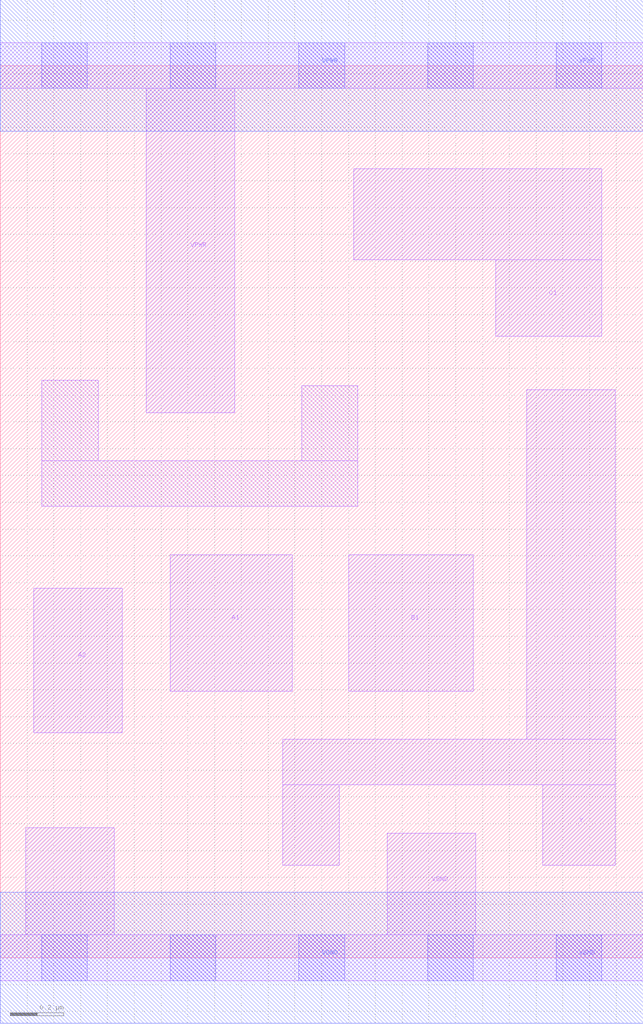
<source format=lef>
# Copyright 2020 The SkyWater PDK Authors
#
# Licensed under the Apache License, Version 2.0 (the "License");
# you may not use this file except in compliance with the License.
# You may obtain a copy of the License at
#
#     https://www.apache.org/licenses/LICENSE-2.0
#
# Unless required by applicable law or agreed to in writing, software
# distributed under the License is distributed on an "AS IS" BASIS,
# WITHOUT WARRANTIES OR CONDITIONS OF ANY KIND, either express or implied.
# See the License for the specific language governing permissions and
# limitations under the License.
#
# SPDX-License-Identifier: Apache-2.0

VERSION 5.7 ;
  NAMESCASESENSITIVE ON ;
  NOWIREEXTENSIONATPIN ON ;
  DIVIDERCHAR "/" ;
  BUSBITCHARS "[]" ;
UNITS
  DATABASE MICRONS 200 ;
END UNITS
MACRO sky130_fd_sc_lp__a211oi_m
  CLASS CORE ;
  SOURCE USER ;
  FOREIGN sky130_fd_sc_lp__a211oi_m ;
  ORIGIN  0.000000  0.000000 ;
  SIZE  2.400000 BY  3.330000 ;
  SYMMETRY X Y R90 ;
  SITE unit ;
  PIN A1
    ANTENNAGATEAREA  0.126000 ;
    DIRECTION INPUT ;
    USE SIGNAL ;
    PORT
      LAYER li1 ;
        RECT 0.635000 0.995000 1.090000 1.505000 ;
    END
  END A1
  PIN A2
    ANTENNAGATEAREA  0.126000 ;
    DIRECTION INPUT ;
    USE SIGNAL ;
    PORT
      LAYER li1 ;
        RECT 0.125000 0.840000 0.455000 1.380000 ;
    END
  END A2
  PIN B1
    ANTENNAGATEAREA  0.126000 ;
    DIRECTION INPUT ;
    USE SIGNAL ;
    PORT
      LAYER li1 ;
        RECT 1.300000 0.995000 1.765000 1.505000 ;
    END
  END B1
  PIN C1
    ANTENNAGATEAREA  0.126000 ;
    DIRECTION INPUT ;
    USE SIGNAL ;
    PORT
      LAYER li1 ;
        RECT 1.320000 2.605000 2.245000 2.945000 ;
        RECT 1.850000 2.320000 2.245000 2.605000 ;
    END
  END C1
  PIN Y
    ANTENNADIFFAREA  0.386400 ;
    DIRECTION OUTPUT ;
    USE SIGNAL ;
    PORT
      LAYER li1 ;
        RECT 1.055000 0.345000 1.265000 0.645000 ;
        RECT 1.055000 0.645000 2.295000 0.815000 ;
        RECT 1.965000 0.815000 2.295000 2.120000 ;
        RECT 2.025000 0.345000 2.295000 0.645000 ;
    END
  END Y
  PIN VGND
    DIRECTION INOUT ;
    USE GROUND ;
    PORT
      LAYER li1 ;
        RECT 0.000000 -0.085000 2.400000 0.085000 ;
        RECT 0.095000  0.085000 0.425000 0.485000 ;
        RECT 1.445000  0.085000 1.775000 0.465000 ;
      LAYER mcon ;
        RECT 0.155000 -0.085000 0.325000 0.085000 ;
        RECT 0.635000 -0.085000 0.805000 0.085000 ;
        RECT 1.115000 -0.085000 1.285000 0.085000 ;
        RECT 1.595000 -0.085000 1.765000 0.085000 ;
        RECT 2.075000 -0.085000 2.245000 0.085000 ;
      LAYER met1 ;
        RECT 0.000000 -0.245000 2.400000 0.245000 ;
    END
  END VGND
  PIN VPWR
    DIRECTION INOUT ;
    USE POWER ;
    PORT
      LAYER li1 ;
        RECT 0.000000 3.245000 2.400000 3.415000 ;
        RECT 0.545000 2.035000 0.875000 3.245000 ;
      LAYER mcon ;
        RECT 0.155000 3.245000 0.325000 3.415000 ;
        RECT 0.635000 3.245000 0.805000 3.415000 ;
        RECT 1.115000 3.245000 1.285000 3.415000 ;
        RECT 1.595000 3.245000 1.765000 3.415000 ;
        RECT 2.075000 3.245000 2.245000 3.415000 ;
      LAYER met1 ;
        RECT 0.000000 3.085000 2.400000 3.575000 ;
    END
  END VPWR
  OBS
    LAYER li1 ;
      RECT 0.155000 1.685000 1.335000 1.855000 ;
      RECT 0.155000 1.855000 0.365000 2.155000 ;
      RECT 1.125000 1.855000 1.335000 2.135000 ;
  END
END sky130_fd_sc_lp__a211oi_m

</source>
